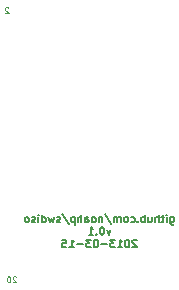
<source format=gbo>
G04 (created by PCBNEW (2013-03-04 BZR 3984)-stable) date 3/15/2013 4:30:27 PM*
%MOIN*%
G04 Gerber Fmt 3.4, Leading zero omitted, Abs format*
%FSLAX34Y34*%
G01*
G70*
G90*
G04 APERTURE LIST*
%ADD10C,2.3622e-006*%
%ADD11C,0.00492126*%
%ADD12C,0.006*%
G04 APERTURE END LIST*
G54D10*
G54D11*
X42945Y-36437D02*
X42935Y-36427D01*
X42917Y-36418D01*
X42870Y-36418D01*
X42851Y-36427D01*
X42842Y-36437D01*
X42832Y-36455D01*
X42832Y-36474D01*
X42842Y-36502D01*
X42954Y-36615D01*
X42832Y-36615D01*
X42710Y-36418D02*
X42692Y-36418D01*
X42673Y-36427D01*
X42664Y-36437D01*
X42654Y-36455D01*
X42645Y-36493D01*
X42645Y-36540D01*
X42654Y-36577D01*
X42664Y-36596D01*
X42673Y-36605D01*
X42692Y-36615D01*
X42710Y-36615D01*
X42729Y-36605D01*
X42739Y-36596D01*
X42748Y-36577D01*
X42757Y-36540D01*
X42757Y-36493D01*
X42748Y-36455D01*
X42739Y-36437D01*
X42729Y-36427D01*
X42710Y-36418D01*
X42694Y-27460D02*
X42684Y-27451D01*
X42665Y-27441D01*
X42619Y-27441D01*
X42600Y-27451D01*
X42590Y-27460D01*
X42581Y-27479D01*
X42581Y-27498D01*
X42590Y-27526D01*
X42703Y-27638D01*
X42581Y-27638D01*
G54D12*
X48092Y-34440D02*
X48092Y-34648D01*
X48105Y-34672D01*
X48117Y-34684D01*
X48141Y-34696D01*
X48178Y-34696D01*
X48202Y-34684D01*
X48092Y-34599D02*
X48117Y-34611D01*
X48166Y-34611D01*
X48190Y-34599D01*
X48202Y-34587D01*
X48214Y-34562D01*
X48214Y-34489D01*
X48202Y-34465D01*
X48190Y-34453D01*
X48166Y-34440D01*
X48117Y-34440D01*
X48092Y-34453D01*
X47971Y-34611D02*
X47971Y-34440D01*
X47971Y-34355D02*
X47983Y-34367D01*
X47971Y-34380D01*
X47958Y-34367D01*
X47971Y-34355D01*
X47971Y-34380D01*
X47885Y-34440D02*
X47788Y-34440D01*
X47849Y-34355D02*
X47849Y-34575D01*
X47836Y-34599D01*
X47812Y-34611D01*
X47788Y-34611D01*
X47702Y-34611D02*
X47702Y-34355D01*
X47593Y-34611D02*
X47593Y-34477D01*
X47605Y-34453D01*
X47629Y-34440D01*
X47666Y-34440D01*
X47690Y-34453D01*
X47702Y-34465D01*
X47361Y-34440D02*
X47361Y-34611D01*
X47471Y-34440D02*
X47471Y-34575D01*
X47459Y-34599D01*
X47434Y-34611D01*
X47398Y-34611D01*
X47373Y-34599D01*
X47361Y-34587D01*
X47239Y-34611D02*
X47239Y-34355D01*
X47239Y-34453D02*
X47215Y-34440D01*
X47166Y-34440D01*
X47142Y-34453D01*
X47129Y-34465D01*
X47117Y-34489D01*
X47117Y-34562D01*
X47129Y-34587D01*
X47142Y-34599D01*
X47166Y-34611D01*
X47215Y-34611D01*
X47239Y-34599D01*
X47008Y-34587D02*
X46995Y-34599D01*
X47008Y-34611D01*
X47020Y-34599D01*
X47008Y-34587D01*
X47008Y-34611D01*
X46776Y-34599D02*
X46800Y-34611D01*
X46849Y-34611D01*
X46873Y-34599D01*
X46886Y-34587D01*
X46898Y-34562D01*
X46898Y-34489D01*
X46886Y-34465D01*
X46873Y-34453D01*
X46849Y-34440D01*
X46800Y-34440D01*
X46776Y-34453D01*
X46630Y-34611D02*
X46654Y-34599D01*
X46666Y-34587D01*
X46678Y-34562D01*
X46678Y-34489D01*
X46666Y-34465D01*
X46654Y-34453D01*
X46630Y-34440D01*
X46593Y-34440D01*
X46569Y-34453D01*
X46556Y-34465D01*
X46544Y-34489D01*
X46544Y-34562D01*
X46556Y-34587D01*
X46569Y-34599D01*
X46593Y-34611D01*
X46630Y-34611D01*
X46435Y-34611D02*
X46435Y-34440D01*
X46435Y-34465D02*
X46422Y-34453D01*
X46398Y-34440D01*
X46361Y-34440D01*
X46337Y-34453D01*
X46325Y-34477D01*
X46325Y-34611D01*
X46325Y-34477D02*
X46313Y-34453D01*
X46288Y-34440D01*
X46252Y-34440D01*
X46227Y-34453D01*
X46215Y-34477D01*
X46215Y-34611D01*
X45910Y-34343D02*
X46130Y-34672D01*
X45825Y-34440D02*
X45825Y-34611D01*
X45825Y-34465D02*
X45813Y-34453D01*
X45788Y-34440D01*
X45752Y-34440D01*
X45727Y-34453D01*
X45715Y-34477D01*
X45715Y-34611D01*
X45557Y-34611D02*
X45581Y-34599D01*
X45593Y-34587D01*
X45606Y-34562D01*
X45606Y-34489D01*
X45593Y-34465D01*
X45581Y-34453D01*
X45557Y-34440D01*
X45520Y-34440D01*
X45496Y-34453D01*
X45484Y-34465D01*
X45472Y-34489D01*
X45472Y-34562D01*
X45484Y-34587D01*
X45496Y-34599D01*
X45520Y-34611D01*
X45557Y-34611D01*
X45252Y-34611D02*
X45252Y-34477D01*
X45264Y-34453D01*
X45289Y-34440D01*
X45337Y-34440D01*
X45362Y-34453D01*
X45252Y-34599D02*
X45276Y-34611D01*
X45337Y-34611D01*
X45362Y-34599D01*
X45374Y-34575D01*
X45374Y-34550D01*
X45362Y-34526D01*
X45337Y-34514D01*
X45276Y-34514D01*
X45252Y-34501D01*
X45130Y-34611D02*
X45130Y-34355D01*
X45020Y-34611D02*
X45020Y-34477D01*
X45033Y-34453D01*
X45057Y-34440D01*
X45094Y-34440D01*
X45118Y-34453D01*
X45130Y-34465D01*
X44899Y-34440D02*
X44899Y-34696D01*
X44899Y-34453D02*
X44874Y-34440D01*
X44825Y-34440D01*
X44801Y-34453D01*
X44789Y-34465D01*
X44777Y-34489D01*
X44777Y-34562D01*
X44789Y-34587D01*
X44801Y-34599D01*
X44825Y-34611D01*
X44874Y-34611D01*
X44899Y-34599D01*
X44484Y-34343D02*
X44704Y-34672D01*
X44411Y-34599D02*
X44387Y-34611D01*
X44338Y-34611D01*
X44313Y-34599D01*
X44301Y-34575D01*
X44301Y-34562D01*
X44313Y-34538D01*
X44338Y-34526D01*
X44374Y-34526D01*
X44399Y-34514D01*
X44411Y-34489D01*
X44411Y-34477D01*
X44399Y-34453D01*
X44374Y-34440D01*
X44338Y-34440D01*
X44313Y-34453D01*
X44216Y-34440D02*
X44167Y-34611D01*
X44118Y-34489D01*
X44070Y-34611D01*
X44021Y-34440D01*
X43814Y-34611D02*
X43814Y-34355D01*
X43814Y-34599D02*
X43838Y-34611D01*
X43887Y-34611D01*
X43911Y-34599D01*
X43923Y-34587D01*
X43936Y-34562D01*
X43936Y-34489D01*
X43923Y-34465D01*
X43911Y-34453D01*
X43887Y-34440D01*
X43838Y-34440D01*
X43814Y-34453D01*
X43692Y-34611D02*
X43692Y-34440D01*
X43692Y-34355D02*
X43704Y-34367D01*
X43692Y-34380D01*
X43680Y-34367D01*
X43692Y-34355D01*
X43692Y-34380D01*
X43582Y-34599D02*
X43558Y-34611D01*
X43509Y-34611D01*
X43484Y-34599D01*
X43472Y-34575D01*
X43472Y-34562D01*
X43484Y-34538D01*
X43509Y-34526D01*
X43545Y-34526D01*
X43570Y-34514D01*
X43582Y-34489D01*
X43582Y-34477D01*
X43570Y-34453D01*
X43545Y-34440D01*
X43509Y-34440D01*
X43484Y-34453D01*
X43326Y-34611D02*
X43350Y-34599D01*
X43363Y-34587D01*
X43375Y-34562D01*
X43375Y-34489D01*
X43363Y-34465D01*
X43350Y-34453D01*
X43326Y-34440D01*
X43289Y-34440D01*
X43265Y-34453D01*
X43253Y-34465D01*
X43241Y-34489D01*
X43241Y-34562D01*
X43253Y-34587D01*
X43265Y-34599D01*
X43289Y-34611D01*
X43326Y-34611D01*
X46093Y-34859D02*
X46032Y-35030D01*
X45971Y-34859D01*
X45825Y-34774D02*
X45801Y-34774D01*
X45776Y-34786D01*
X45764Y-34798D01*
X45752Y-34822D01*
X45740Y-34871D01*
X45740Y-34932D01*
X45752Y-34981D01*
X45764Y-35005D01*
X45776Y-35017D01*
X45801Y-35030D01*
X45825Y-35030D01*
X45849Y-35017D01*
X45862Y-35005D01*
X45874Y-34981D01*
X45886Y-34932D01*
X45886Y-34871D01*
X45874Y-34822D01*
X45862Y-34798D01*
X45849Y-34786D01*
X45825Y-34774D01*
X45630Y-35005D02*
X45618Y-35017D01*
X45630Y-35030D01*
X45642Y-35017D01*
X45630Y-35005D01*
X45630Y-35030D01*
X45374Y-35030D02*
X45520Y-35030D01*
X45447Y-35030D02*
X45447Y-34774D01*
X45472Y-34810D01*
X45496Y-34834D01*
X45520Y-34847D01*
X46971Y-35216D02*
X46959Y-35204D01*
X46934Y-35192D01*
X46873Y-35192D01*
X46849Y-35204D01*
X46837Y-35216D01*
X46825Y-35241D01*
X46825Y-35265D01*
X46837Y-35302D01*
X46983Y-35448D01*
X46825Y-35448D01*
X46666Y-35192D02*
X46642Y-35192D01*
X46617Y-35204D01*
X46605Y-35216D01*
X46593Y-35241D01*
X46581Y-35289D01*
X46581Y-35350D01*
X46593Y-35399D01*
X46605Y-35424D01*
X46617Y-35436D01*
X46642Y-35448D01*
X46666Y-35448D01*
X46691Y-35436D01*
X46703Y-35424D01*
X46715Y-35399D01*
X46727Y-35350D01*
X46727Y-35289D01*
X46715Y-35241D01*
X46703Y-35216D01*
X46691Y-35204D01*
X46666Y-35192D01*
X46337Y-35448D02*
X46483Y-35448D01*
X46410Y-35448D02*
X46410Y-35192D01*
X46435Y-35228D01*
X46459Y-35253D01*
X46483Y-35265D01*
X46252Y-35192D02*
X46093Y-35192D01*
X46179Y-35289D01*
X46142Y-35289D01*
X46118Y-35302D01*
X46105Y-35314D01*
X46093Y-35338D01*
X46093Y-35399D01*
X46105Y-35424D01*
X46118Y-35436D01*
X46142Y-35448D01*
X46215Y-35448D01*
X46240Y-35436D01*
X46252Y-35424D01*
X45984Y-35350D02*
X45788Y-35350D01*
X45618Y-35192D02*
X45593Y-35192D01*
X45569Y-35204D01*
X45557Y-35216D01*
X45545Y-35241D01*
X45532Y-35289D01*
X45532Y-35350D01*
X45545Y-35399D01*
X45557Y-35424D01*
X45569Y-35436D01*
X45593Y-35448D01*
X45618Y-35448D01*
X45642Y-35436D01*
X45654Y-35424D01*
X45667Y-35399D01*
X45679Y-35350D01*
X45679Y-35289D01*
X45667Y-35241D01*
X45654Y-35216D01*
X45642Y-35204D01*
X45618Y-35192D01*
X45447Y-35192D02*
X45289Y-35192D01*
X45374Y-35289D01*
X45337Y-35289D01*
X45313Y-35302D01*
X45301Y-35314D01*
X45289Y-35338D01*
X45289Y-35399D01*
X45301Y-35424D01*
X45313Y-35436D01*
X45337Y-35448D01*
X45411Y-35448D01*
X45435Y-35436D01*
X45447Y-35424D01*
X45179Y-35350D02*
X44984Y-35350D01*
X44728Y-35448D02*
X44874Y-35448D01*
X44801Y-35448D02*
X44801Y-35192D01*
X44825Y-35228D01*
X44850Y-35253D01*
X44874Y-35265D01*
X44496Y-35192D02*
X44618Y-35192D01*
X44630Y-35314D01*
X44618Y-35302D01*
X44594Y-35289D01*
X44533Y-35289D01*
X44508Y-35302D01*
X44496Y-35314D01*
X44484Y-35338D01*
X44484Y-35399D01*
X44496Y-35424D01*
X44508Y-35436D01*
X44533Y-35448D01*
X44594Y-35448D01*
X44618Y-35436D01*
X44630Y-35424D01*
M02*

</source>
